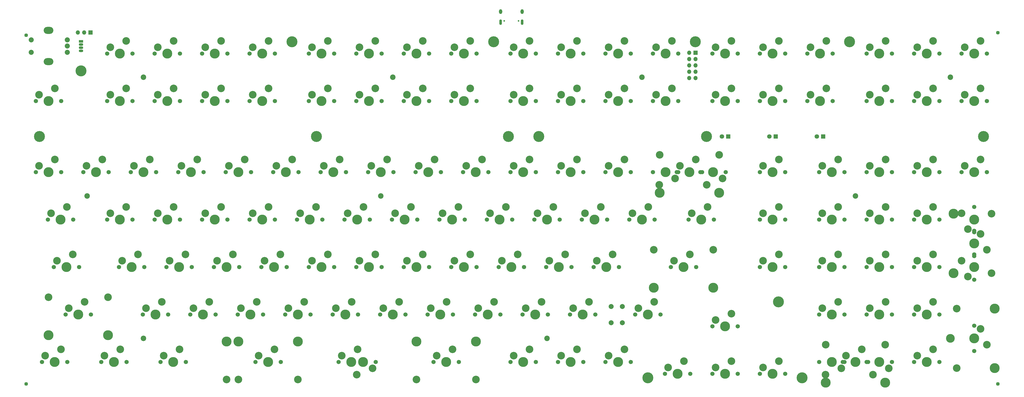
<source format=gbr>
G04 #@! TF.GenerationSoftware,KiCad,Pcbnew,7.0.1*
G04 #@! TF.CreationDate,2023-04-05T01:55:01-04:00*
G04 #@! TF.ProjectId,Boston-keyboard-V081JHA,426f7374-6f6e-42d6-9b65-79626f617264,rev?*
G04 #@! TF.SameCoordinates,Original*
G04 #@! TF.FileFunction,Soldermask,Top*
G04 #@! TF.FilePolarity,Negative*
%FSLAX46Y46*%
G04 Gerber Fmt 4.6, Leading zero omitted, Abs format (unit mm)*
G04 Created by KiCad (PCBNEW 7.0.1) date 2023-04-05 01:55:01*
%MOMM*%
%LPD*%
G01*
G04 APERTURE LIST*
%ADD10C,2.200000*%
%ADD11R,1.800000X1.070000*%
%ADD12O,1.800000X1.070000*%
%ADD13R,1.800000X1.800000*%
%ADD14C,1.800000*%
%ADD15C,4.400000*%
%ADD16C,1.448000*%
%ADD17C,2.000000*%
%ADD18R,1.700000X1.700000*%
%ADD19O,1.700000X1.700000*%
%ADD20C,3.500000*%
%ADD21C,1.701800*%
%ADD22C,3.048000*%
%ADD23C,3.987800*%
%ADD24O,2.768600X1.651000*%
%ADD25C,1.016000*%
%ADD26C,2.032000*%
%ADD27O,3.900000X2.799999*%
%ADD28C,0.650000*%
%ADD29O,1.300000X1.900000*%
%ADD30O,1.100000X2.200000*%
G04 APERTURE END LIST*
D10*
X304125200Y-48899992D03*
D11*
X79000000Y-34470000D03*
D12*
X79000000Y-35740000D03*
X79000000Y-37010000D03*
X79000000Y-38280000D03*
D10*
X389850272Y-96525032D03*
X427950304Y-48899992D03*
D13*
X338732500Y-72712500D03*
D14*
X336192500Y-72712500D03*
D15*
X330000000Y-72712500D03*
D16*
X447000000Y-31000000D03*
D13*
X357782500Y-72712500D03*
D14*
X355242500Y-72712500D03*
D17*
X291750000Y-147400000D03*
X291750000Y-140900000D03*
X296250000Y-147400000D03*
X296250000Y-140900000D03*
D18*
X82825000Y-30950000D03*
D19*
X80285000Y-30950000D03*
X77745000Y-30950000D03*
D16*
X57000000Y-172000000D03*
D10*
X266025168Y-153675080D03*
D16*
X57000000Y-32000000D03*
D10*
X199350112Y-96525032D03*
X104100032Y-153675080D03*
D15*
X173500000Y-72712500D03*
D10*
X204112500Y-48900000D03*
D20*
X427950304Y-153675080D03*
D10*
X81478138Y-96525032D03*
D18*
X325655625Y-39087500D03*
D19*
X323115625Y-39087500D03*
X325655625Y-41627500D03*
X323115625Y-41627500D03*
X325655625Y-44167500D03*
X323115625Y-44167500D03*
X325655625Y-46707500D03*
X323115625Y-46707500D03*
X325655625Y-49247500D03*
X323115625Y-49247500D03*
D13*
X376832500Y-72712500D03*
D14*
X374292500Y-72712500D03*
D16*
X447000000Y-172000000D03*
D21*
X280630000Y-87000000D03*
D22*
X278090000Y-81920000D03*
D23*
X275550000Y-87000000D03*
D22*
X271740000Y-84460000D03*
D21*
X270470000Y-87000000D03*
D15*
X387468750Y-34675000D03*
X163631250Y-34675000D03*
D23*
X401788000Y-171455000D03*
D22*
X401788000Y-156215000D03*
D21*
X394930000Y-163200000D03*
D22*
X392390000Y-158120000D03*
D23*
X389850000Y-163200000D03*
D22*
X386040000Y-160660000D03*
D21*
X384770000Y-163200000D03*
D23*
X377912000Y-171455000D03*
D22*
X377912000Y-156215000D03*
D15*
X306506250Y-169530000D03*
D21*
X256817500Y-125100000D03*
D22*
X254277500Y-120020000D03*
D23*
X251737500Y-125100000D03*
D22*
X247927500Y-122560000D03*
D21*
X246657500Y-125100000D03*
X423505000Y-163200000D03*
D22*
X420965000Y-158120000D03*
D23*
X418425000Y-163200000D03*
D22*
X414615000Y-160660000D03*
D21*
X413345000Y-163200000D03*
X261580000Y-163200000D03*
D22*
X259040000Y-158120000D03*
D23*
X256500000Y-163200000D03*
D22*
X252690000Y-160660000D03*
D21*
X251420000Y-163200000D03*
D15*
X441174000Y-72712500D03*
D21*
X99655000Y-58425000D03*
D22*
X97115000Y-53345000D03*
D23*
X94575000Y-58425000D03*
D22*
X90765000Y-55885000D03*
D21*
X89495000Y-58425000D03*
X309205000Y-106050000D03*
D22*
X306665000Y-100970000D03*
D23*
X304125000Y-106050000D03*
D22*
X300315000Y-103510000D03*
D21*
X299045000Y-106050000D03*
X218717500Y-39375000D03*
D22*
X216177500Y-34295000D03*
D23*
X213637500Y-39375000D03*
D22*
X209827500Y-36835000D03*
D21*
X208557500Y-39375000D03*
D15*
X62300000Y-72712500D03*
D21*
X437475000Y-100970000D03*
D22*
X432395000Y-103510000D03*
D23*
X437475000Y-106050000D03*
D22*
X434935000Y-109860000D03*
D21*
X437475000Y-111130000D03*
X342542500Y-58425000D03*
D22*
X340002500Y-53345000D03*
D23*
X337462500Y-58425000D03*
D22*
X333652500Y-55885000D03*
D21*
X332382500Y-58425000D03*
X361592500Y-125100000D03*
D22*
X359052500Y-120020000D03*
D23*
X356512500Y-125100000D03*
D22*
X352702500Y-122560000D03*
D21*
X351432500Y-125100000D03*
X361592500Y-106050000D03*
D22*
X359052500Y-100970000D03*
D23*
X356512500Y-106050000D03*
D22*
X352702500Y-103510000D03*
D21*
X351432500Y-106050000D03*
D15*
X262700000Y-72712500D03*
D21*
X423505000Y-125100000D03*
D22*
X420965000Y-120020000D03*
D23*
X418425000Y-125100000D03*
D22*
X414615000Y-122560000D03*
D21*
X413345000Y-125100000D03*
X97273750Y-163200000D03*
D22*
X94733750Y-158120000D03*
D23*
X92193750Y-163200000D03*
D22*
X88383750Y-160660000D03*
D21*
X87113750Y-163200000D03*
D23*
X89844250Y-152405000D03*
D22*
X89844250Y-137165000D03*
D21*
X82986250Y-144150000D03*
D22*
X80446250Y-139070000D03*
D23*
X77906250Y-144150000D03*
D22*
X74096250Y-141610000D03*
D21*
X72826250Y-144150000D03*
D23*
X65968250Y-152405000D03*
D22*
X65968250Y-137165000D03*
D21*
X394295000Y-163200000D03*
D22*
X396835000Y-168280000D03*
D23*
X399375000Y-163200000D03*
D22*
X403185000Y-165740000D03*
D21*
X404455000Y-163200000D03*
X142517500Y-125100000D03*
D22*
X139977500Y-120020000D03*
D23*
X137437500Y-125100000D03*
D22*
X133627500Y-122560000D03*
D21*
X132357500Y-125100000D03*
X299680000Y-39375000D03*
D22*
X297140000Y-34295000D03*
D23*
X294600000Y-39375000D03*
D22*
X290790000Y-36835000D03*
D21*
X289520000Y-39375000D03*
X333017500Y-106050000D03*
D22*
X330477500Y-100970000D03*
D23*
X327937500Y-106050000D03*
D22*
X324127500Y-103510000D03*
D21*
X322857500Y-106050000D03*
X132992500Y-144150000D03*
D22*
X130452500Y-139070000D03*
D23*
X127912500Y-144150000D03*
D22*
X124102500Y-141610000D03*
D21*
X122832500Y-144150000D03*
X266342500Y-144150000D03*
D22*
X263802500Y-139070000D03*
D23*
X261262500Y-144150000D03*
D22*
X257452500Y-141610000D03*
D21*
X256182500Y-144150000D03*
X218717500Y-125100000D03*
D22*
X216177500Y-120020000D03*
D23*
X213637500Y-125100000D03*
D22*
X209827500Y-122560000D03*
D21*
X208557500Y-125100000D03*
X185380000Y-87000000D03*
D22*
X182840000Y-81920000D03*
D23*
X180300000Y-87000000D03*
D22*
X176490000Y-84460000D03*
D21*
X175220000Y-87000000D03*
D23*
X332731964Y-133355000D03*
D22*
X332731964Y-118115000D03*
D21*
X325873964Y-125100000D03*
D22*
X323333964Y-120020000D03*
D23*
X320793964Y-125100000D03*
D22*
X316983964Y-122560000D03*
D21*
X315713964Y-125100000D03*
D23*
X308855964Y-133355000D03*
D22*
X308855964Y-118115000D03*
D21*
X299680000Y-87000000D03*
D22*
X297140000Y-81920000D03*
D23*
X294600000Y-87000000D03*
D22*
X290790000Y-84460000D03*
D21*
X289520000Y-87000000D03*
X156805000Y-58425000D03*
D22*
X154265000Y-53345000D03*
D23*
X151725000Y-58425000D03*
D22*
X147915000Y-55885000D03*
D21*
X146645000Y-58425000D03*
X199667500Y-125100000D03*
D22*
X197127500Y-120020000D03*
D23*
X194587500Y-125100000D03*
D22*
X190777500Y-122560000D03*
D21*
X189507500Y-125100000D03*
D15*
X244593750Y-34675000D03*
D21*
X261580160Y-39375000D03*
D22*
X259040160Y-34295000D03*
D23*
X256500160Y-39375000D03*
D22*
X252690160Y-36835000D03*
D21*
X251420160Y-39375000D03*
X223480000Y-87000000D03*
D22*
X220940000Y-81920000D03*
D23*
X218400000Y-87000000D03*
D22*
X214590000Y-84460000D03*
D21*
X213320000Y-87000000D03*
X442555000Y-87000000D03*
D22*
X440015000Y-81920000D03*
D23*
X437475000Y-87000000D03*
D22*
X433665000Y-84460000D03*
D21*
X432395000Y-87000000D03*
X118705000Y-106050000D03*
D22*
X116165000Y-100970000D03*
D23*
X113625000Y-106050000D03*
D22*
X109815000Y-103510000D03*
D21*
X108545000Y-106050000D03*
X194905000Y-106050000D03*
D22*
X192365000Y-100970000D03*
D23*
X189825000Y-106050000D03*
D22*
X186015000Y-103510000D03*
D21*
X184745000Y-106050000D03*
X113942500Y-144150000D03*
D22*
X111402500Y-139070000D03*
D23*
X108862500Y-144150000D03*
D22*
X105052500Y-141610000D03*
D21*
X103782500Y-144150000D03*
X404455000Y-144150000D03*
D22*
X401915000Y-139070000D03*
D23*
X399375000Y-144150000D03*
D22*
X395565000Y-141610000D03*
D21*
X394295000Y-144150000D03*
X190142500Y-144150000D03*
D22*
X187602500Y-139070000D03*
D23*
X185062500Y-144150000D03*
D22*
X181252500Y-141610000D03*
D21*
X179982500Y-144150000D03*
X90130000Y-87000000D03*
D22*
X87590000Y-81920000D03*
D23*
X85050000Y-87000000D03*
D22*
X81240000Y-84460000D03*
D21*
X79970000Y-87000000D03*
D23*
X335113000Y-95255000D03*
D22*
X335113000Y-80015000D03*
D21*
X328255000Y-87000000D03*
D22*
X325715000Y-81920000D03*
D23*
X323175000Y-87000000D03*
D22*
X319365000Y-84460000D03*
D21*
X318095000Y-87000000D03*
D23*
X311237000Y-95255000D03*
D22*
X311237000Y-80015000D03*
D21*
X128230000Y-87000000D03*
D22*
X125690000Y-81920000D03*
D23*
X123150000Y-87000000D03*
D22*
X119340000Y-84460000D03*
D21*
X118070000Y-87000000D03*
X423505000Y-87000000D03*
D22*
X420965000Y-81920000D03*
D23*
X418425000Y-87000000D03*
D22*
X414615000Y-84460000D03*
D21*
X413345000Y-87000000D03*
X442555000Y-58425000D03*
D22*
X440015000Y-53345000D03*
D23*
X437475000Y-58425000D03*
D22*
X433665000Y-55885000D03*
D21*
X432395000Y-58425000D03*
X199667606Y-39375000D03*
D22*
X197127606Y-34295000D03*
D23*
X194587606Y-39375000D03*
D22*
X190777606Y-36835000D03*
D21*
X189507606Y-39375000D03*
X404455000Y-39375000D03*
D22*
X401915000Y-34295000D03*
D23*
X399375000Y-39375000D03*
D22*
X395565000Y-36835000D03*
D21*
X394295000Y-39375000D03*
X156805000Y-39375000D03*
D22*
X154265000Y-34295000D03*
D23*
X151725000Y-39375000D03*
D22*
X147915000Y-36835000D03*
D21*
X146645000Y-39375000D03*
X275867500Y-125100000D03*
D22*
X273327500Y-120020000D03*
D23*
X270787500Y-125100000D03*
D22*
X266977500Y-122560000D03*
D21*
X265707500Y-125100000D03*
D15*
X79000000Y-46375000D03*
D21*
X237767500Y-58425000D03*
D22*
X235227500Y-53345000D03*
D23*
X232687500Y-58425000D03*
D22*
X228877500Y-55885000D03*
D21*
X227607500Y-58425000D03*
X404455000Y-125100000D03*
D22*
X401915000Y-120020000D03*
D23*
X399375000Y-125100000D03*
D22*
X395565000Y-122560000D03*
D21*
X394295000Y-125100000D03*
X280630000Y-39375000D03*
D22*
X278090000Y-34295000D03*
D23*
X275550000Y-39375000D03*
D22*
X271740000Y-36835000D03*
D21*
X270470000Y-39375000D03*
X342542500Y-148912500D03*
D22*
X340002500Y-143832500D03*
D23*
X337462500Y-148912500D03*
D22*
X333652500Y-146372500D03*
D21*
X332382500Y-148912500D03*
X209192500Y-144150000D03*
D22*
X206652500Y-139070000D03*
D23*
X204112500Y-144150000D03*
D22*
X200302500Y-141610000D03*
D21*
X199032500Y-144150000D03*
D22*
X237481750Y-170185000D03*
D23*
X237481750Y-154945000D03*
D21*
X230623750Y-163200000D03*
D22*
X228083750Y-158120000D03*
D23*
X225543750Y-163200000D03*
D22*
X221733750Y-160660000D03*
D21*
X220463750Y-163200000D03*
D22*
X213605750Y-170185000D03*
D23*
X213605750Y-154945000D03*
D21*
X180617500Y-58425000D03*
D22*
X178077500Y-53345000D03*
D23*
X175537500Y-58425000D03*
D22*
X171727500Y-55885000D03*
D21*
X170457500Y-58425000D03*
X437475000Y-120020000D03*
D22*
X432395000Y-122560000D03*
D23*
X437475000Y-125100000D03*
D22*
X434935000Y-128910000D03*
D21*
X437475000Y-130180000D03*
X327620000Y-87000000D03*
D22*
X330160000Y-92080000D03*
D23*
X332700000Y-87000000D03*
D22*
X336510000Y-89540000D03*
D21*
X337780000Y-87000000D03*
X187126250Y-163200000D03*
D22*
X189666250Y-168280000D03*
D23*
X192206250Y-163200000D03*
D22*
X196016250Y-165740000D03*
D21*
X197286250Y-163200000D03*
X180617590Y-39375000D03*
D22*
X178077590Y-34295000D03*
D23*
X175537590Y-39375000D03*
D22*
X171727590Y-36835000D03*
D21*
X170457590Y-39375000D03*
X290155000Y-106050000D03*
D22*
X287615000Y-100970000D03*
D23*
X285075000Y-106050000D03*
D22*
X281265000Y-103510000D03*
D21*
X279995000Y-106050000D03*
X308570000Y-87000000D03*
D22*
X311110000Y-92080000D03*
D23*
X313650000Y-87000000D03*
D22*
X317460000Y-89540000D03*
D21*
X318730000Y-87000000D03*
X404455000Y-106050000D03*
D22*
X401915000Y-100970000D03*
D23*
X399375000Y-106050000D03*
D22*
X395565000Y-103510000D03*
D21*
X394295000Y-106050000D03*
X118705000Y-39375000D03*
D22*
X116165000Y-34295000D03*
D23*
X113625000Y-39375000D03*
D22*
X109815000Y-36835000D03*
D21*
X108545000Y-39375000D03*
X237767500Y-125100000D03*
D22*
X235227500Y-120020000D03*
D23*
X232687500Y-125100000D03*
D22*
X228877500Y-122560000D03*
D21*
X227607500Y-125100000D03*
X137755000Y-106050000D03*
D22*
X135215000Y-100970000D03*
D23*
X132675000Y-106050000D03*
D22*
X128865000Y-103510000D03*
D21*
X127595000Y-106050000D03*
X199667500Y-58425000D03*
D22*
X197127500Y-53345000D03*
D23*
X194587500Y-58425000D03*
D22*
X190777500Y-55885000D03*
D21*
X189507500Y-58425000D03*
D15*
X358894000Y-139100000D03*
D22*
X166044250Y-170185000D03*
D23*
X166044250Y-154945000D03*
D21*
X159186250Y-163200000D03*
D22*
X156646250Y-158120000D03*
D23*
X154106250Y-163200000D03*
D22*
X150296250Y-160660000D03*
D21*
X149026250Y-163200000D03*
D22*
X142168250Y-170185000D03*
D23*
X142168250Y-154945000D03*
D21*
X171092500Y-144150000D03*
D22*
X168552500Y-139070000D03*
D23*
X166012500Y-144150000D03*
D22*
X162202500Y-141610000D03*
D21*
X160932500Y-144150000D03*
X342542500Y-167962500D03*
D22*
X340002500Y-162882500D03*
D23*
X337462500Y-167962500D03*
D22*
X333652500Y-165422500D03*
D21*
X332382500Y-167962500D03*
X75842500Y-106050000D03*
D22*
X73302500Y-100970000D03*
D23*
X70762500Y-106050000D03*
D22*
X66952500Y-103510000D03*
D21*
X65682500Y-106050000D03*
X375245000Y-163200000D03*
D22*
X377785000Y-168280000D03*
D23*
X380325000Y-163200000D03*
D22*
X384135000Y-165740000D03*
D21*
X385405000Y-163200000D03*
X99655000Y-106050000D03*
D22*
X97115000Y-100970000D03*
D23*
X94575000Y-106050000D03*
D22*
X90765000Y-103510000D03*
D21*
X89495000Y-106050000D03*
X71080000Y-58425000D03*
D22*
X68540000Y-53345000D03*
D23*
X66000000Y-58425000D03*
D22*
X62190000Y-55885000D03*
D21*
X60920000Y-58425000D03*
X318730000Y-39375000D03*
D22*
X316190000Y-34295000D03*
D23*
X313650000Y-39375000D03*
D22*
X309840000Y-36835000D03*
D21*
X308570000Y-39375000D03*
X361592500Y-167962500D03*
D22*
X359052500Y-162882500D03*
D23*
X356512500Y-167962500D03*
D22*
X352702500Y-165422500D03*
D21*
X351432500Y-167962500D03*
X261580000Y-87000000D03*
D22*
X259040000Y-81920000D03*
D23*
X256500000Y-87000000D03*
D22*
X252690000Y-84460000D03*
D21*
X251420000Y-87000000D03*
X99655000Y-39375000D03*
D22*
X97115000Y-34295000D03*
D23*
X94575000Y-39375000D03*
D22*
X90765000Y-36835000D03*
D21*
X89495000Y-39375000D03*
X147280000Y-87000000D03*
D22*
X144740000Y-81920000D03*
D23*
X142200000Y-87000000D03*
D22*
X138390000Y-84460000D03*
D21*
X137120000Y-87000000D03*
D23*
X429220000Y-127513000D03*
D22*
X444460000Y-127513000D03*
D21*
X437475000Y-120655000D03*
D22*
X442555000Y-118115000D03*
D23*
X437475000Y-115575000D03*
D22*
X440015000Y-111765000D03*
D21*
X437475000Y-110495000D03*
D23*
X429220000Y-103637000D03*
D22*
X444460000Y-103637000D03*
D21*
X361592500Y-58425000D03*
D22*
X359052500Y-53345000D03*
D23*
X356512500Y-58425000D03*
D22*
X352702500Y-55885000D03*
D21*
X351432500Y-58425000D03*
X228242500Y-144150000D03*
D22*
X225702500Y-139070000D03*
D23*
X223162500Y-144150000D03*
D22*
X219352500Y-141610000D03*
D21*
X218082500Y-144150000D03*
X361592500Y-39375000D03*
D22*
X359052500Y-34295000D03*
D23*
X356512500Y-39375000D03*
D22*
X352702500Y-36835000D03*
D21*
X351432500Y-39375000D03*
X280630000Y-163200000D03*
D22*
X278090000Y-158120000D03*
D23*
X275550000Y-163200000D03*
D22*
X271740000Y-160660000D03*
D21*
X270470000Y-163200000D03*
X121086250Y-163200000D03*
D22*
X118546250Y-158120000D03*
D23*
X116006250Y-163200000D03*
D22*
X112196250Y-160660000D03*
D21*
X110926250Y-163200000D03*
X380642500Y-39375000D03*
D22*
X378102500Y-34295000D03*
D23*
X375562500Y-39375000D03*
D22*
X371752500Y-36835000D03*
D21*
X370482500Y-39375000D03*
X442555000Y-39375000D03*
D22*
X440015000Y-34295000D03*
D23*
X437475000Y-39375000D03*
D22*
X433665000Y-36835000D03*
D21*
X432395000Y-39375000D03*
X404455000Y-87000000D03*
D22*
X401915000Y-81920000D03*
D23*
X399375000Y-87000000D03*
D22*
X395565000Y-84460000D03*
D21*
X394295000Y-87000000D03*
X137755000Y-39375000D03*
D22*
X135215000Y-34295000D03*
D23*
X132675000Y-39375000D03*
D22*
X128865000Y-36835000D03*
D21*
X127595000Y-39375000D03*
X242530000Y-87000000D03*
D22*
X239990000Y-81920000D03*
D23*
X237450000Y-87000000D03*
D22*
X233640000Y-84460000D03*
D21*
X232370000Y-87000000D03*
X342542500Y-39375000D03*
D22*
X340002500Y-34295000D03*
D23*
X337462500Y-39375000D03*
D22*
X333652500Y-36835000D03*
D21*
X332382500Y-39375000D03*
X152042500Y-144150000D03*
D22*
X149502500Y-139070000D03*
D23*
X146962500Y-144150000D03*
D22*
X143152500Y-141610000D03*
D21*
X141882500Y-144150000D03*
X423505000Y-144150000D03*
D22*
X420965000Y-139070000D03*
D23*
X418425000Y-144150000D03*
D22*
X414615000Y-141610000D03*
D21*
X413345000Y-144150000D03*
D15*
X368418750Y-169531000D03*
D21*
X109180000Y-87000000D03*
D22*
X106640000Y-81920000D03*
D23*
X104100000Y-87000000D03*
D22*
X100290000Y-84460000D03*
D21*
X99020000Y-87000000D03*
D15*
X250500000Y-72712500D03*
D21*
X71080000Y-87000000D03*
D22*
X68540000Y-81920000D03*
D23*
X66000000Y-87000000D03*
D22*
X62190000Y-84460000D03*
D21*
X60920000Y-87000000D03*
D15*
X325556250Y-34675000D03*
D21*
X78223750Y-125100000D03*
D22*
X75683750Y-120020000D03*
D23*
X73143750Y-125100000D03*
D22*
X69333750Y-122560000D03*
D21*
X68063750Y-125100000D03*
X161567500Y-125100000D03*
D22*
X159027500Y-120020000D03*
D23*
X156487500Y-125100000D03*
D22*
X152677500Y-122560000D03*
D21*
X151407500Y-125100000D03*
X280630000Y-58425000D03*
D22*
X278090000Y-53345000D03*
D23*
X275550000Y-58425000D03*
D22*
X271740000Y-55885000D03*
D21*
X270470000Y-58425000D03*
X180617500Y-125100000D03*
D22*
X178077500Y-120020000D03*
D23*
X175537500Y-125100000D03*
D22*
X171727500Y-122560000D03*
D21*
X170457500Y-125100000D03*
X423505000Y-106050000D03*
D22*
X420965000Y-100970000D03*
D23*
X418425000Y-106050000D03*
D22*
X414615000Y-103510000D03*
D21*
X413345000Y-106050000D03*
X247292500Y-144150000D03*
D22*
X244752500Y-139070000D03*
D23*
X242212500Y-144150000D03*
D22*
X238402500Y-141610000D03*
D21*
X237132500Y-144150000D03*
X118705000Y-58425000D03*
D22*
X116165000Y-53345000D03*
D23*
X113625000Y-58425000D03*
D22*
X109815000Y-55885000D03*
D21*
X108545000Y-58425000D03*
X156805000Y-106050000D03*
D22*
X154265000Y-100970000D03*
D23*
X151725000Y-106050000D03*
D22*
X147915000Y-103510000D03*
D21*
X146645000Y-106050000D03*
X385405000Y-106050000D03*
D22*
X382865000Y-100970000D03*
D23*
X380325000Y-106050000D03*
D22*
X376515000Y-103510000D03*
D21*
X375245000Y-106050000D03*
X261580000Y-58425000D03*
D22*
X259040000Y-53345000D03*
D23*
X256500000Y-58425000D03*
D22*
X252690000Y-55885000D03*
D21*
X251420000Y-58425000D03*
D24*
X66000000Y-30125000D03*
D25*
X73500000Y-33875000D03*
X59000000Y-33875000D03*
X73500000Y-36375000D03*
X73500000Y-38875000D03*
X59000000Y-38875000D03*
D24*
X66000000Y-42625000D03*
D26*
X73500000Y-33875000D03*
X73500000Y-38875000D03*
X73500000Y-36375000D03*
D27*
X66000000Y-30125000D03*
X66000000Y-42625000D03*
D26*
X59000000Y-33875000D03*
X59000000Y-38875000D03*
D21*
X318730000Y-58425000D03*
D22*
X316190000Y-53345000D03*
D23*
X313650000Y-58425000D03*
D22*
X309840000Y-55885000D03*
D21*
X308570000Y-58425000D03*
X237767500Y-39375000D03*
D22*
X235227500Y-34295000D03*
D23*
X232687500Y-39375000D03*
D22*
X228877500Y-36835000D03*
D21*
X227607500Y-39375000D03*
X385405000Y-125100000D03*
D22*
X382865000Y-120020000D03*
D23*
X380325000Y-125100000D03*
D22*
X376515000Y-122560000D03*
D21*
X375245000Y-125100000D03*
X299680000Y-58425000D03*
D22*
X297140000Y-53345000D03*
D23*
X294600000Y-58425000D03*
D22*
X290790000Y-55885000D03*
D21*
X289520000Y-58425000D03*
X271105000Y-106050000D03*
D22*
X268565000Y-100970000D03*
D23*
X266025000Y-106050000D03*
D22*
X262215000Y-103510000D03*
D21*
X260945000Y-106050000D03*
D10*
X104100000Y-48900000D03*
D21*
X294917500Y-125100000D03*
D22*
X292377500Y-120020000D03*
D23*
X289837500Y-125100000D03*
D22*
X286027500Y-122560000D03*
D21*
X284757500Y-125100000D03*
X166330000Y-87000000D03*
D22*
X163790000Y-81920000D03*
D23*
X161250000Y-87000000D03*
D22*
X157440000Y-84460000D03*
D21*
X156170000Y-87000000D03*
X104417500Y-125100000D03*
D22*
X101877500Y-120020000D03*
D23*
X99337500Y-125100000D03*
D22*
X95527500Y-122560000D03*
D21*
X94257500Y-125100000D03*
X380642500Y-58425000D03*
D22*
X378102500Y-53345000D03*
D23*
X375562500Y-58425000D03*
D22*
X371752500Y-55885000D03*
D21*
X370482500Y-58425000D03*
X123467500Y-125100000D03*
D22*
X120927500Y-120020000D03*
D23*
X118387500Y-125100000D03*
D22*
X114577500Y-122560000D03*
D21*
X113307500Y-125100000D03*
D28*
X248847000Y-26249000D03*
X254627000Y-26249000D03*
D29*
X247437000Y-22600000D03*
D30*
X247437000Y-26800000D03*
D29*
X256037000Y-22600000D03*
D30*
X256037000Y-26800000D03*
D21*
X252055000Y-106050000D03*
D22*
X249515000Y-100970000D03*
D23*
X246975000Y-106050000D03*
D22*
X243165000Y-103510000D03*
D21*
X241895000Y-106050000D03*
X385405000Y-144150000D03*
D22*
X382865000Y-139070000D03*
D23*
X380325000Y-144150000D03*
D22*
X376515000Y-141610000D03*
D21*
X375245000Y-144150000D03*
X423505000Y-39375000D03*
D22*
X420965000Y-34295000D03*
D23*
X418425000Y-39375000D03*
D22*
X414615000Y-36835000D03*
D21*
X413345000Y-39375000D03*
X218717500Y-58425000D03*
D22*
X216177500Y-53345000D03*
D23*
X213637500Y-58425000D03*
D22*
X209827500Y-55885000D03*
D21*
X208557500Y-58425000D03*
X311586250Y-144150000D03*
D22*
X309046250Y-139070000D03*
D23*
X306506250Y-144150000D03*
D22*
X302696250Y-141610000D03*
D21*
X301426250Y-144150000D03*
X137755000Y-58425000D03*
D22*
X135215000Y-53345000D03*
D23*
X132675000Y-58425000D03*
D22*
X128865000Y-55885000D03*
D21*
X127595000Y-58425000D03*
X285392500Y-144150000D03*
D22*
X282852500Y-139070000D03*
D23*
X280312500Y-144150000D03*
D22*
X276502500Y-141610000D03*
D21*
X275232500Y-144150000D03*
X404455000Y-58425000D03*
D22*
X401915000Y-53345000D03*
D23*
X399375000Y-58425000D03*
D22*
X395565000Y-55885000D03*
D21*
X394295000Y-58425000D03*
X213955000Y-106050000D03*
D22*
X211415000Y-100970000D03*
D23*
X208875000Y-106050000D03*
D22*
X205065000Y-103510000D03*
D21*
X203795000Y-106050000D03*
X385405000Y-87000000D03*
D22*
X382865000Y-81920000D03*
D23*
X380325000Y-87000000D03*
D22*
X376515000Y-84460000D03*
D21*
X375245000Y-87000000D03*
D22*
X237481750Y-170185000D03*
D23*
X237481750Y-154945000D03*
D21*
X192523750Y-163200000D03*
D22*
X189983750Y-158120000D03*
D23*
X187443750Y-163200000D03*
D22*
X183633750Y-160660000D03*
D21*
X182363750Y-163200000D03*
D22*
X137405750Y-170185000D03*
D23*
X137405750Y-154945000D03*
D21*
X323492500Y-167962500D03*
D22*
X320952500Y-162882500D03*
D23*
X318412500Y-167962500D03*
D22*
X314602500Y-165422500D03*
D21*
X313332500Y-167962500D03*
D22*
X430490000Y-165613000D03*
D23*
X445730000Y-165613000D03*
D21*
X437475000Y-158755000D03*
D22*
X442555000Y-156215000D03*
D23*
X437475000Y-153675000D03*
D22*
X440015000Y-149865000D03*
D21*
X437475000Y-148595000D03*
D22*
X430490000Y-141737000D03*
D23*
X445730000Y-141737000D03*
D21*
X73461250Y-163200000D03*
D22*
X70921250Y-158120000D03*
D23*
X68381250Y-163200000D03*
D22*
X64571250Y-160660000D03*
D21*
X63301250Y-163200000D03*
X361592500Y-87000000D03*
D22*
X359052500Y-81920000D03*
D23*
X356512500Y-87000000D03*
D22*
X352702500Y-84460000D03*
D21*
X351432500Y-87000000D03*
X204430000Y-87000000D03*
D22*
X201890000Y-81920000D03*
D23*
X199350000Y-87000000D03*
D22*
X195540000Y-84460000D03*
D21*
X194270000Y-87000000D03*
X423505000Y-58425000D03*
D22*
X420965000Y-53345000D03*
D23*
X418425000Y-58425000D03*
D22*
X414615000Y-55885000D03*
D21*
X413345000Y-58425000D03*
X299680000Y-163200000D03*
D22*
X297140000Y-158120000D03*
D23*
X294600000Y-163200000D03*
D22*
X290790000Y-160660000D03*
D21*
X289520000Y-163200000D03*
X175855000Y-106050000D03*
D22*
X173315000Y-100970000D03*
D23*
X170775000Y-106050000D03*
D22*
X166965000Y-103510000D03*
D21*
X165695000Y-106050000D03*
X233005000Y-106050000D03*
D22*
X230465000Y-100970000D03*
D23*
X227925000Y-106050000D03*
D22*
X224115000Y-103510000D03*
D21*
X222845000Y-106050000D03*
M02*

</source>
